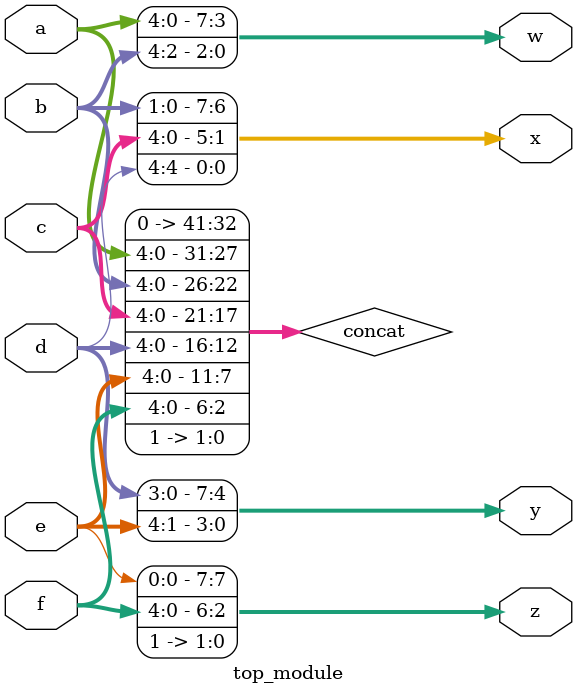
<source format=sv>
module top_module (
  input [4:0] a,
  input [4:0] b,
  input [4:0] c,
  input [4:0] d,
  input [4:0] e,
  input [4:0] f,
  output [7:0] w,
  output [7:0] x,
  output [7:0] y,
  output [7:0] z
);
  
  // Concatenation of input signals and constant value
  wire [41:0] concat;
  assign concat = {a, b, c, d, e, f, 2'b11};
  
  // Output signals
  assign {w, x, y, z} = concat;
  
endmodule

</source>
